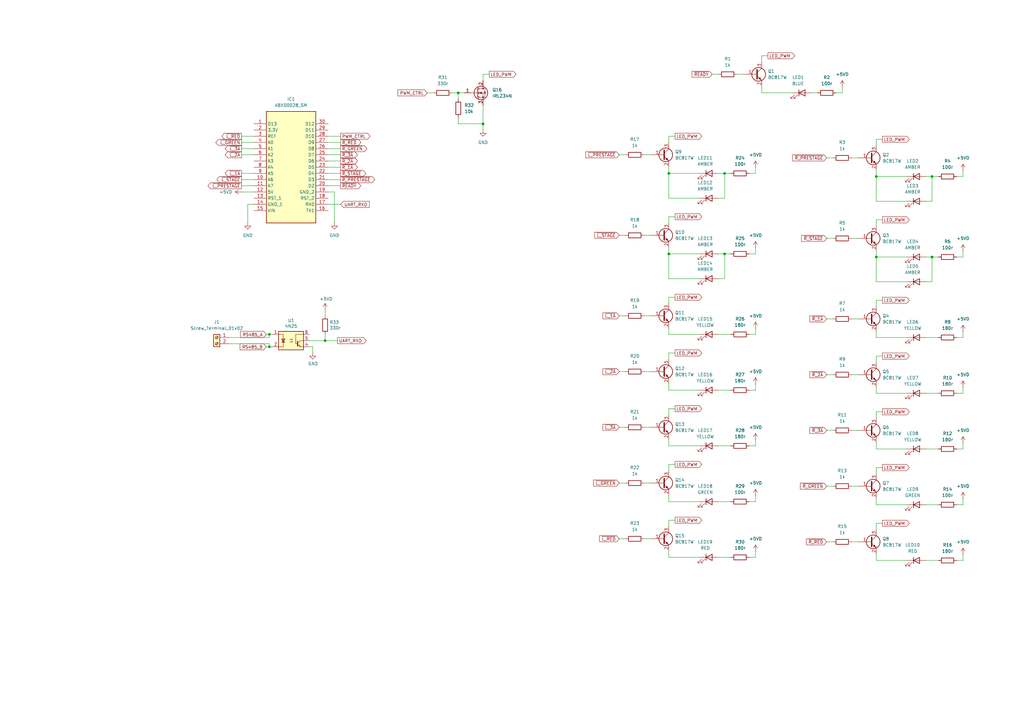
<source format=kicad_sch>
(kicad_sch (version 20231120) (generator "eeschema") (generator_version "8.0")
  (paper "A3")
  (lib_symbols
    (symbol "ABX00028:ABX00028_SM"
      (property "Reference" "IC" (at 26.67 7.62 0))
      (property "Value" "ABX00028_SM" (at 26.67 5.08 0))
      (symbol "ABX00028_SM_1_1"
        (pin passive line (at 0 -2.54 0) (length 5.08) (name "D13") (number "1"))
        (pin passive line (at 0 -25.4 0) (length 5.08) (name "A6") (number "10"))
        (pin passive line (at 0 -27.94 0) (length 5.08) (name "A7") (number "11"))
        (pin passive line (at 0 -30.48 0) (length 5.08) (name "5V") (number "12"))
        (pin passive line (at 0 -33.02 0) (length 5.08) (name "RST_1") (number "13"))
        (pin passive line (at 0 -35.56 0) (length 5.08) (name "GND_1") (number "14"))
        (pin passive line (at 0 -38.1 0) (length 5.08) (name "VIN") (number "15"))
        (pin passive line (at 30.48 -38.1 180) (length 5.08) (name "TX1") (number "16"))
        (pin passive line (at 30.48 -35.56 180) (length 5.08) (name "RX0") (number "17"))
        (pin passive line (at 30.48 -33.02 180) (length 5.08) (name "RST_2") (number "18"))
        (pin passive line (at 30.48 -30.48 180) (length 5.08) (name "GND_2") (number "19"))
        (pin passive line (at 0 -5.08 0) (length 5.08) (name "3.3V") (number "2"))
        (pin passive line (at 30.48 -27.94 180) (length 5.08) (name "D2") (number "20"))
        (pin passive line (at 30.48 -25.4 180) (length 5.08) (name "D3") (number "21"))
        (pin passive line (at 30.48 -22.86 180) (length 5.08) (name "D4") (number "22"))
        (pin passive line (at 30.48 -20.32 180) (length 5.08) (name "D5") (number "23"))
        (pin passive line (at 30.48 -17.78 180) (length 5.08) (name "D6") (number "24"))
        (pin passive line (at 30.48 -15.24 180) (length 5.08) (name "D7") (number "25"))
        (pin passive line (at 30.48 -12.7 180) (length 5.08) (name "D8") (number "26"))
        (pin passive line (at 30.48 -10.16 180) (length 5.08) (name "D9") (number "27"))
        (pin passive line (at 30.48 -7.62 180) (length 5.08) (name "D10") (number "28"))
        (pin passive line (at 30.48 -5.08 180) (length 5.08) (name "D11") (number "29"))
        (pin passive line (at 0 -7.62 0) (length 5.08) (name "REF") (number "3"))
        (pin passive line (at 30.48 -2.54 180) (length 5.08) (name "D12") (number "30"))
        (pin passive line (at 0 -10.16 0) (length 5.08) (name "A0") (number "4"))
        (pin passive line (at 0 -12.7 0) (length 5.08) (name "A1") (number "5"))
        (pin passive line (at 0 -15.24 0) (length 5.08) (name "A2") (number "6"))
        (pin passive line (at 0 -17.78 0) (length 5.08) (name "A3") (number "7"))
        (pin passive line (at 0 -20.32 0) (length 5.08) (name "A4") (number "8"))
        (pin passive line (at 0 -22.86 0) (length 5.08) (name "A5") (number "9"))
      )
    )
    (symbol "Connector:Screw_Terminal_01x02" (pin_names (offset 1.016) hide)
      (property "Reference" "J" (at 0 2.54 0))
      (property "Value" "Screw_Terminal_01x02" (at 0 -5.08 0))
      (symbol "Screw_Terminal_01x02_1_1"
        (pin passive line (at -5.08 0 0) (length 3.81) (name "Pin_1") (number "1"))
        (pin passive line (at -5.08 -2.54 0) (length 3.81) (name "Pin_2") (number "2"))
      )
    )
    (symbol "Device:LED" (pin_numbers hide) (pin_names (offset 1.016) hide)
      (property "Reference" "D" (at 0 2.54 0))
      (property "Value" "LED" (at 0 -2.54 0))
      (symbol "LED_1_1"
        (pin passive line (at -3.81 0 0) (length 2.54) (name "K") (number "1"))
        (pin passive line (at 3.81 0 180) (length 2.54) (name "A") (number "2"))
      )
    )
    (symbol "Device:R" (pin_numbers hide) (pin_names (offset 0))
      (property "Reference" "R" (at 2.032 0 90))
      (property "Value" "R" (at 0 0 90))
      (symbol "R_1_1"
        (pin passive line (at 0 3.81 270) (length 1.27) (name "~") (number "1"))
        (pin passive line (at 0 -3.81 90) (length 1.27) (name "~") (number "2"))
      )
    )
    (symbol "Isolator:4N25" (pin_names (offset 1.016))
      (property "Reference" "U" (at -5.08 5.08 0))
      (property "Value" "4N25" (at 0 5.08 0))
      (symbol "4N25_1_1"
        (pin passive line (at -7.62 2.54 0) (length 2.54) (name "~") (number "1"))
        (pin passive line (at -7.62 -2.54 0) (length 2.54) (name "~") (number "2"))
        (pin no_connect line (at -5.08 0 0) (length 2.54) hide (name "NC") (number "3"))
        (pin passive line (at 7.62 -2.54 180) (length 2.54) (name "~") (number "4"))
        (pin passive line (at 7.62 0 180) (length 2.54) (name "~") (number "5"))
        (pin passive line (at 7.62 2.54 180) (length 2.54) (name "~") (number "6"))
      )
    )
    (symbol "Transistor_BJT:BC817W" (pin_names (offset 0) hide)
      (property "Reference" "Q" (at 5.08 1.905 0))
      (property "Value" "BC817W" (at 5.08 0 0))
      (symbol "BC817W_1_1"
        (pin input line (at -5.08 0 0) (length 5.715) (name "B") (number "1"))
        (pin passive line (at 2.54 -5.08 90) (length 2.54) (name "E") (number "2"))
        (pin passive line (at 2.54 5.08 270) (length 2.54) (name "C") (number "3"))
      )
    )
    (symbol "Transistor_FET:IRLZ34N" (pin_names hide)
      (property "Reference" "Q" (at 5.08 1.905 0))
      (property "Value" "IRLZ34N" (at 5.08 0 0))
      (symbol "IRLZ34N_1_1"
        (pin input line (at -5.08 0 0) (length 2.54) (name "G") (number "1"))
        (pin passive line (at 2.54 5.08 270) (length 2.54) (name "D") (number "2"))
        (pin passive line (at 2.54 -5.08 90) (length 2.54) (name "S") (number "3"))
      )
    )
    (symbol "power:+5VD" (power) (pin_numbers hide) (pin_names (offset 0) hide)
      (property "Value" "+5VD" (at 0 3.556 0))
      (symbol "+5VD_1_1"
        (pin power_in line (at 0 0 90) (length 0) (name "~") (number "1"))
      )
    )
    (symbol "power:GND" (power) (pin_numbers hide) (pin_names (offset 0) hide)
      (property "Value" "GND" (at 0 -3.81 0))
      (symbol "GND_1_1"
        (pin power_in line (at 0 0 270) (length 0) (name "~") (number "1"))
      )
    )
  )
  (junction (at 187.96 38.1))
  (junction (at 359.41 105.41))
  (junction (at 274.32 104.14))
  (junction (at 110.49 142.24))
  (junction (at 382.27 105.41))
  (junction (at 359.41 72.39))
  (junction (at 274.32 71.12))
  (junction (at 133.35 139.7))
  (junction (at 198.12 50.8))
  (junction (at 297.18 71.12))
  (junction (at 382.27 72.39))
  (junction (at 110.49 137.16))
  (junction (at 297.18 104.14))
  (wire (pts (xy 198.12 43.18) (xy 198.12 50.8)))
  (wire (pts (xy 297.18 114.3) (xy 297.18 104.14)))
  (wire (pts (xy 394.97 135.89) (xy 394.97 138.43)))
  (wire (pts (xy 274.32 182.88) (xy 287.02 182.88)))
  (wire (pts (xy 359.41 92.71) (xy 359.41 90.17)))
  (wire (pts (xy 134.62 73.66) (xy 139.7 73.66)))
  (wire (pts (xy 394.97 69.85) (xy 394.97 72.39)))
  (wire (pts (xy 264.16 198.12) (xy 266.7 198.12)))
  (wire (pts (xy 297.18 104.14) (xy 299.72 104.14)))
  (wire (pts (xy 379.73 207.01) (xy 384.81 207.01)))
  (wire (pts (xy 294.64 228.6) (xy 299.72 228.6)))
  (wire (pts (xy 345.44 35.56) (xy 345.44 38.1)))
  (wire (pts (xy 274.32 88.9) (xy 276.86 88.9)))
  (wire (pts (xy 394.97 204.47) (xy 394.97 207.01)))
  (wire (pts (xy 274.32 71.12) (xy 274.32 68.58)))
  (wire (pts (xy 133.35 127) (xy 133.35 129.54)))
  (wire (pts (xy 99.06 73.66) (xy 104.14 73.66)))
  (wire (pts (xy 332.74 38.1) (xy 335.28 38.1)))
  (wire (pts (xy 134.62 83.82) (xy 139.7 83.82)))
  (wire (pts (xy 110.49 137.16) (xy 111.76 137.16)))
  (wire (pts (xy 93.98 140.97) (xy 110.49 140.97)))
  (wire (pts (xy 274.32 160.02) (xy 287.02 160.02)))
  (wire (pts (xy 359.41 72.39) (xy 372.11 72.39)))
  (wire (pts (xy 394.97 138.43) (xy 392.43 138.43)))
  (wire (pts (xy 274.32 137.16) (xy 287.02 137.16)))
  (wire (pts (xy 294.64 104.14) (xy 297.18 104.14)))
  (wire (pts (xy 274.32 104.14) (xy 274.32 101.6)))
  (wire (pts (xy 312.42 38.1) (xy 312.42 35.56)))
  (wire (pts (xy 99.06 55.88) (xy 104.14 55.88)))
  (wire (pts (xy 379.73 184.15) (xy 384.81 184.15)))
  (wire (pts (xy 264.16 96.52) (xy 266.7 96.52)))
  (wire (pts (xy 382.27 82.55) (xy 382.27 72.39)))
  (wire (pts (xy 359.41 115.57) (xy 359.41 105.41)))
  (wire (pts (xy 359.41 194.31) (xy 359.41 191.77)))
  (wire (pts (xy 359.41 138.43) (xy 359.41 135.89)))
  (wire (pts (xy 359.41 148.59) (xy 359.41 146.05)))
  (wire (pts (xy 302.26 30.48) (xy 304.8 30.48)))
  (wire (pts (xy 309.88 180.34) (xy 309.88 182.88)))
  (wire (pts (xy 359.41 184.15) (xy 359.41 181.61)))
  (wire (pts (xy 394.97 161.29) (xy 392.43 161.29)))
  (wire (pts (xy 134.62 71.12) (xy 139.7 71.12)))
  (wire (pts (xy 309.88 203.2) (xy 309.88 205.74)))
  (wire (pts (xy 254 96.52) (xy 256.54 96.52)))
  (wire (pts (xy 254 129.54) (xy 256.54 129.54)))
  (wire (pts (xy 264.16 175.26) (xy 266.7 175.26)))
  (wire (pts (xy 264.16 63.5) (xy 266.7 63.5)))
  (wire (pts (xy 274.32 228.6) (xy 274.32 226.06)))
  (wire (pts (xy 312.42 25.4) (xy 312.42 22.86)))
  (wire (pts (xy 309.88 134.62) (xy 309.88 137.16)))
  (wire (pts (xy 138.43 139.7) (xy 133.35 139.7)))
  (wire (pts (xy 185.42 38.1) (xy 187.96 38.1)))
  (wire (pts (xy 274.32 58.42) (xy 274.32 55.88)))
  (wire (pts (xy 99.06 60.96) (xy 104.14 60.96)))
  (wire (pts (xy 379.73 115.57) (xy 382.27 115.57)))
  (wire (pts (xy 349.25 97.79) (xy 351.79 97.79)))
  (wire (pts (xy 187.96 38.1) (xy 190.5 38.1)))
  (wire (pts (xy 394.97 227.33) (xy 394.97 229.87)))
  (wire (pts (xy 359.41 57.15) (xy 361.95 57.15)))
  (wire (pts (xy 394.97 158.75) (xy 394.97 161.29)))
  (wire (pts (xy 254 63.5) (xy 256.54 63.5)))
  (wire (pts (xy 99.06 71.12) (xy 104.14 71.12)))
  (wire (pts (xy 137.16 91.44) (xy 137.16 78.74)))
  (wire (pts (xy 274.32 213.36) (xy 276.86 213.36)))
  (wire (pts (xy 359.41 191.77) (xy 361.95 191.77)))
  (wire (pts (xy 359.41 207.01) (xy 372.11 207.01)))
  (wire (pts (xy 394.97 102.87) (xy 394.97 105.41)))
  (wire (pts (xy 312.42 38.1) (xy 325.12 38.1)))
  (wire (pts (xy 200.66 30.48) (xy 198.12 30.48)))
  (wire (pts (xy 264.16 129.54) (xy 266.7 129.54)))
  (wire (pts (xy 309.88 104.14) (xy 307.34 104.14)))
  (wire (pts (xy 198.12 30.48) (xy 198.12 33.02)))
  (wire (pts (xy 359.41 146.05) (xy 361.95 146.05)))
  (wire (pts (xy 394.97 207.01) (xy 392.43 207.01)))
  (wire (pts (xy 134.62 58.42) (xy 139.7 58.42)))
  (wire (pts (xy 359.41 207.01) (xy 359.41 204.47)))
  (wire (pts (xy 274.32 182.88) (xy 274.32 180.34)))
  (wire (pts (xy 134.62 55.88) (xy 139.7 55.88)))
  (wire (pts (xy 274.32 205.74) (xy 287.02 205.74)))
  (wire (pts (xy 294.64 71.12) (xy 297.18 71.12)))
  (wire (pts (xy 309.88 101.6) (xy 309.88 104.14)))
  (wire (pts (xy 309.88 71.12) (xy 307.34 71.12)))
  (wire (pts (xy 359.41 171.45) (xy 359.41 168.91)))
  (wire (pts (xy 274.32 71.12) (xy 287.02 71.12)))
  (wire (pts (xy 309.88 157.48) (xy 309.88 160.02)))
  (wire (pts (xy 359.41 161.29) (xy 359.41 158.75)))
  (wire (pts (xy 309.88 228.6) (xy 307.34 228.6)))
  (wire (pts (xy 349.25 176.53) (xy 351.79 176.53)))
  (wire (pts (xy 349.25 222.25) (xy 351.79 222.25)))
  (wire (pts (xy 274.32 160.02) (xy 274.32 157.48)))
  (wire (pts (xy 359.41 214.63) (xy 361.95 214.63)))
  (wire (pts (xy 99.06 58.42) (xy 104.14 58.42)))
  (wire (pts (xy 274.32 205.74) (xy 274.32 203.2)))
  (wire (pts (xy 287.02 114.3) (xy 274.32 114.3)))
  (wire (pts (xy 349.25 130.81) (xy 351.79 130.81)))
  (wire (pts (xy 134.62 66.04) (xy 139.7 66.04)))
  (wire (pts (xy 382.27 105.41) (xy 384.81 105.41)))
  (wire (pts (xy 339.09 130.81) (xy 341.63 130.81)))
  (wire (pts (xy 394.97 105.41) (xy 392.43 105.41)))
  (wire (pts (xy 359.41 123.19) (xy 361.95 123.19)))
  (wire (pts (xy 372.11 115.57) (xy 359.41 115.57)))
  (wire (pts (xy 382.27 72.39) (xy 384.81 72.39)))
  (wire (pts (xy 394.97 184.15) (xy 392.43 184.15)))
  (wire (pts (xy 274.32 193.04) (xy 274.32 190.5)))
  (wire (pts (xy 292.1 30.48) (xy 294.64 30.48)))
  (wire (pts (xy 379.73 72.39) (xy 382.27 72.39)))
  (wire (pts (xy 264.16 152.4) (xy 266.7 152.4)))
  (wire (pts (xy 359.41 82.55) (xy 359.41 72.39)))
  (wire (pts (xy 274.32 114.3) (xy 274.32 104.14)))
  (wire (pts (xy 294.64 160.02) (xy 299.72 160.02)))
  (wire (pts (xy 359.41 90.17) (xy 361.95 90.17)))
  (wire (pts (xy 379.73 161.29) (xy 384.81 161.29)))
  (wire (pts (xy 359.41 72.39) (xy 359.41 69.85)))
  (wire (pts (xy 379.73 82.55) (xy 382.27 82.55)))
  (wire (pts (xy 379.73 229.87) (xy 384.81 229.87)))
  (wire (pts (xy 134.62 68.58) (xy 139.7 68.58)))
  (wire (pts (xy 309.88 68.58) (xy 309.88 71.12)))
  (wire (pts (xy 339.09 153.67) (xy 341.63 153.67)))
  (wire (pts (xy 394.97 229.87) (xy 392.43 229.87)))
  (wire (pts (xy 99.06 76.2) (xy 104.14 76.2)))
  (wire (pts (xy 133.35 139.7) (xy 127 139.7)))
  (wire (pts (xy 359.41 229.87) (xy 372.11 229.87)))
  (wire (pts (xy 339.09 64.77) (xy 341.63 64.77)))
  (wire (pts (xy 359.41 161.29) (xy 372.11 161.29)))
  (wire (pts (xy 134.62 60.96) (xy 139.7 60.96)))
  (wire (pts (xy 254 220.98) (xy 256.54 220.98)))
  (wire (pts (xy 309.88 205.74) (xy 307.34 205.74)))
  (wire (pts (xy 187.96 48.26) (xy 187.96 50.8)))
  (wire (pts (xy 101.6 83.82) (xy 104.14 83.82)))
  (wire (pts (xy 312.42 22.86) (xy 314.96 22.86)))
  (wire (pts (xy 134.62 63.5) (xy 139.7 63.5)))
  (wire (pts (xy 379.73 105.41) (xy 382.27 105.41)))
  (wire (pts (xy 274.32 190.5) (xy 276.86 190.5)))
  (wire (pts (xy 264.16 220.98) (xy 266.7 220.98)))
  (wire (pts (xy 359.41 59.69) (xy 359.41 57.15)))
  (wire (pts (xy 359.41 105.41) (xy 359.41 102.87)))
  (wire (pts (xy 359.41 217.17) (xy 359.41 214.63)))
  (wire (pts (xy 254 152.4) (xy 256.54 152.4)))
  (wire (pts (xy 175.26 38.1) (xy 177.8 38.1)))
  (wire (pts (xy 309.88 137.16) (xy 307.34 137.16)))
  (wire (pts (xy 133.35 137.16) (xy 133.35 139.7)))
  (wire (pts (xy 274.32 55.88) (xy 276.86 55.88)))
  (wire (pts (xy 274.32 124.46) (xy 274.32 121.92)))
  (wire (pts (xy 287.02 81.28) (xy 274.32 81.28)))
  (wire (pts (xy 93.98 138.43) (xy 110.49 138.43)))
  (wire (pts (xy 274.32 170.18) (xy 274.32 167.64)))
  (wire (pts (xy 359.41 125.73) (xy 359.41 123.19)))
  (wire (pts (xy 359.41 105.41) (xy 372.11 105.41)))
  (wire (pts (xy 294.64 182.88) (xy 299.72 182.88)))
  (wire (pts (xy 101.6 91.44) (xy 101.6 83.82)))
  (wire (pts (xy 109.22 142.24) (xy 110.49 142.24)))
  (wire (pts (xy 99.06 78.74) (xy 104.14 78.74)))
  (wire (pts (xy 187.96 38.1) (xy 187.96 40.64)))
  (wire (pts (xy 297.18 81.28) (xy 297.18 71.12)))
  (wire (pts (xy 128.27 142.24) (xy 128.27 144.78)))
  (wire (pts (xy 394.97 72.39) (xy 392.43 72.39)))
  (wire (pts (xy 349.25 199.39) (xy 351.79 199.39)))
  (wire (pts (xy 127 142.24) (xy 128.27 142.24)))
  (wire (pts (xy 110.49 142.24) (xy 111.76 142.24)))
  (wire (pts (xy 274.32 91.44) (xy 274.32 88.9)))
  (wire (pts (xy 198.12 50.8) (xy 198.12 53.34)))
  (wire (pts (xy 294.64 205.74) (xy 299.72 205.74)))
  (wire (pts (xy 345.44 38.1) (xy 342.9 38.1)))
  (wire (pts (xy 274.32 137.16) (xy 274.32 134.62)))
  (wire (pts (xy 294.64 137.16) (xy 299.72 137.16)))
  (wire (pts (xy 309.88 226.06) (xy 309.88 228.6)))
  (wire (pts (xy 110.49 138.43) (xy 110.49 137.16)))
  (wire (pts (xy 254 198.12) (xy 256.54 198.12)))
  (wire (pts (xy 349.25 153.67) (xy 351.79 153.67)))
  (wire (pts (xy 274.32 104.14) (xy 287.02 104.14)))
  (wire (pts (xy 359.41 168.91) (xy 361.95 168.91)))
  (wire (pts (xy 309.88 160.02) (xy 307.34 160.02)))
  (wire (pts (xy 137.16 78.74) (xy 134.62 78.74)))
  (wire (pts (xy 359.41 229.87) (xy 359.41 227.33)))
  (wire (pts (xy 372.11 82.55) (xy 359.41 82.55)))
  (wire (pts (xy 339.09 97.79) (xy 341.63 97.79)))
  (wire (pts (xy 274.32 81.28) (xy 274.32 71.12)))
  (wire (pts (xy 394.97 181.61) (xy 394.97 184.15)))
  (wire (pts (xy 379.73 138.43) (xy 384.81 138.43)))
  (wire (pts (xy 297.18 71.12) (xy 299.72 71.12)))
  (wire (pts (xy 134.62 76.2) (xy 139.7 76.2)))
  (wire (pts (xy 274.32 167.64) (xy 276.86 167.64)))
  (wire (pts (xy 339.09 199.39) (xy 341.63 199.39)))
  (wire (pts (xy 110.49 140.97) (xy 110.49 142.24)))
  (wire (pts (xy 339.09 176.53) (xy 341.63 176.53)))
  (wire (pts (xy 309.88 182.88) (xy 307.34 182.88)))
  (wire (pts (xy 274.32 121.92) (xy 276.86 121.92)))
  (wire (pts (xy 274.32 144.78) (xy 276.86 144.78)))
  (wire (pts (xy 274.32 215.9) (xy 274.32 213.36)))
  (wire (pts (xy 274.32 228.6) (xy 287.02 228.6)))
  (wire (pts (xy 382.27 115.57) (xy 382.27 105.41)))
  (wire (pts (xy 359.41 138.43) (xy 372.11 138.43)))
  (wire (pts (xy 339.09 222.25) (xy 341.63 222.25)))
  (wire (pts (xy 99.06 63.5) (xy 104.14 63.5)))
  (wire (pts (xy 187.96 50.8) (xy 198.12 50.8)))
  (wire (pts (xy 274.32 147.32) (xy 274.32 144.78)))
  (wire (pts (xy 349.25 64.77) (xy 351.79 64.77)))
  (wire (pts (xy 359.41 184.15) (xy 372.11 184.15)))
  (wire (pts (xy 294.64 114.3) (xy 297.18 114.3)))
  (wire (pts (xy 254 175.26) (xy 256.54 175.26)))
  (wire (pts (xy 294.64 81.28) (xy 297.18 81.28)))
  (wire (pts (xy 109.22 137.16) (xy 110.49 137.16)))
  (global_label "~{R_1A}" (shape output) (at 139.7 68.58 0) (property "Intersheetrefs" "${INTERSHEET_REFS}" (effects (hide yes))))
  (global_label "~{R_GREEN}" (shape input) (at 339.09 199.39 180) (property "Intersheetrefs" "${INTERSHEET_REFS}" (effects (hide yes))))
  (global_label "LED_PWM" (shape output) (at 276.86 213.36 0) (property "Intersheetrefs" "${INTERSHEET_REFS}" (effects (hide yes))))
  (global_label "~{L_2A}" (shape input) (at 254 152.4 180) (property "Intersheetrefs" "${INTERSHEET_REFS}" (effects (hide yes))))
  (global_label "LED_PWM" (shape output) (at 361.95 168.91 0) (property "Intersheetrefs" "${INTERSHEET_REFS}" (effects (hide yes))))
  (global_label "~{R_2A}" (shape input) (at 339.09 153.67 180) (property "Intersheetrefs" "${INTERSHEET_REFS}" (effects (hide yes))))
  (global_label "LED_PWM" (shape output) (at 314.96 22.86 0) (property "Intersheetrefs" "${INTERSHEET_REFS}" (effects (hide yes))))
  (global_label "~{L_3A}" (shape input) (at 254 175.26 180) (property "Intersheetrefs" "${INTERSHEET_REFS}" (effects (hide yes))))
  (global_label "LED_PWM" (shape output) (at 361.95 57.15 0) (property "Intersheetrefs" "${INTERSHEET_REFS}" (effects (hide yes))))
  (global_label "UART_RXD" (shape input) (at 139.7 83.82 0) (property "Intersheetrefs" "${INTERSHEET_REFS}" (effects (hide yes))))
  (global_label "~{L_STAGE}" (shape input) (at 254 96.52 180) (property "Intersheetrefs" "${INTERSHEET_REFS}" (effects (hide yes))))
  (global_label "~{READY}" (shape input) (at 292.1 30.48 180) (property "Intersheetrefs" "${INTERSHEET_REFS}" (effects (hide yes))))
  (global_label "LED_PWM" (shape output) (at 361.95 191.77 0) (property "Intersheetrefs" "${INTERSHEET_REFS}" (effects (hide yes))))
  (global_label "~{L_GREEN}" (shape output) (at 99.06 58.42 180) (property "Intersheetrefs" "${INTERSHEET_REFS}" (effects (hide yes))))
  (global_label "~{L_1A}" (shape input) (at 254 129.54 180) (property "Intersheetrefs" "${INTERSHEET_REFS}" (effects (hide yes))))
  (global_label "PWM_CTRL" (shape input) (at 175.26 38.1 180) (property "Intersheetrefs" "${INTERSHEET_REFS}" (effects (hide yes))))
  (global_label "~{L_RED}" (shape output) (at 99.06 55.88 180) (property "Intersheetrefs" "${INTERSHEET_REFS}" (effects (hide yes))))
  (global_label "UART_RXD" (shape output) (at 138.43 139.7 0) (property "Intersheetrefs" "${INTERSHEET_REFS}" (effects (hide yes))))
  (global_label "~{R_RED}" (shape input) (at 339.09 222.25 180) (property "Intersheetrefs" "${INTERSHEET_REFS}" (effects (hide yes))))
  (global_label "~{R_STAGE}" (shape input) (at 339.09 97.79 180) (property "Intersheetrefs" "${INTERSHEET_REFS}" (effects (hide yes))))
  (global_label "~{L_1A}" (shape output) (at 99.06 71.12 180) (property "Intersheetrefs" "${INTERSHEET_REFS}" (effects (hide yes))))
  (global_label "LED_PWM" (shape output) (at 276.86 167.64 0) (property "Intersheetrefs" "${INTERSHEET_REFS}" (effects (hide yes))))
  (global_label "~{READY}" (shape output) (at 139.7 76.2 0) (property "Intersheetrefs" "${INTERSHEET_REFS}" (effects (hide yes))))
  (global_label "LED_PWM" (shape output) (at 276.86 88.9 0) (property "Intersheetrefs" "${INTERSHEET_REFS}" (effects (hide yes))))
  (global_label "~{R_GREEN}" (shape output) (at 139.7 60.96 0) (property "Intersheetrefs" "${INTERSHEET_REFS}" (effects (hide yes))))
  (global_label "LED_PWM" (shape output) (at 361.95 90.17 0) (property "Intersheetrefs" "${INTERSHEET_REFS}" (effects (hide yes))))
  (global_label "~{R_PRESTAGE}" (shape output) (at 139.7 73.66 0) (property "Intersheetrefs" "${INTERSHEET_REFS}" (effects (hide yes))))
  (global_label "~{R_RED}" (shape output) (at 139.7 58.42 0) (property "Intersheetrefs" "${INTERSHEET_REFS}" (effects (hide yes))))
  (global_label "~{L_3A}" (shape output) (at 99.06 60.96 180) (property "Intersheetrefs" "${INTERSHEET_REFS}" (effects (hide yes))))
  (global_label "~{R_3A}" (shape output) (at 139.7 63.5 0) (property "Intersheetrefs" "${INTERSHEET_REFS}" (effects (hide yes))))
  (global_label "~{R_3A}" (shape input) (at 339.09 176.53 180) (property "Intersheetrefs" "${INTERSHEET_REFS}" (effects (hide yes))))
  (global_label "~{L_PRESTAGE}" (shape output) (at 99.06 76.2 180) (property "Intersheetrefs" "${INTERSHEET_REFS}" (effects (hide yes))))
  (global_label "LED_PWM" (shape output) (at 276.86 121.92 0) (property "Intersheetrefs" "${INTERSHEET_REFS}" (effects (hide yes))))
  (global_label "LED_PWM" (shape output) (at 361.95 146.05 0) (property "Intersheetrefs" "${INTERSHEET_REFS}" (effects (hide yes))))
  (global_label "~{R_STAGE}" (shape output) (at 139.7 71.12 0) (property "Intersheetrefs" "${INTERSHEET_REFS}" (effects (hide yes))))
  (global_label "RS485_A" (shape input) (at 109.22 137.16 180) (property "Intersheetrefs" "${INTERSHEET_REFS}" (effects (hide yes))))
  (global_label "~{L_2A}" (shape output) (at 99.06 63.5 180) (property "Intersheetrefs" "${INTERSHEET_REFS}" (effects (hide yes))))
  (global_label "LED_PWM" (shape output) (at 361.95 214.63 0) (property "Intersheetrefs" "${INTERSHEET_REFS}" (effects (hide yes))))
  (global_label "~{L_PRESTAGE}" (shape input) (at 254 63.5 180) (property "Intersheetrefs" "${INTERSHEET_REFS}" (effects (hide yes))))
  (global_label "RS485_B" (shape input) (at 109.22 142.24 180) (property "Intersheetrefs" "${INTERSHEET_REFS}" (effects (hide yes))))
  (global_label "LED_PWM" (shape output) (at 200.66 30.48 0) (property "Intersheetrefs" "${INTERSHEET_REFS}" (effects (hide yes))))
  (global_label "~{R_2A}" (shape output) (at 139.7 66.04 0) (property "Intersheetrefs" "${INTERSHEET_REFS}" (effects (hide yes))))
  (global_label "PWM_CTRL" (shape output) (at 139.7 55.88 0) (property "Intersheetrefs" "${INTERSHEET_REFS}" (effects (hide yes))))
  (global_label "~{R_1A}" (shape input) (at 339.09 130.81 180) (property "Intersheetrefs" "${INTERSHEET_REFS}" (effects (hide yes))))
  (global_label "LED_PWM" (shape output) (at 276.86 144.78 0) (property "Intersheetrefs" "${INTERSHEET_REFS}" (effects (hide yes))))
  (global_label "LED_PWM" (shape output) (at 276.86 190.5 0) (property "Intersheetrefs" "${INTERSHEET_REFS}" (effects (hide yes))))
  (global_label "LED_PWM" (shape output) (at 361.95 123.19 0) (property "Intersheetrefs" "${INTERSHEET_REFS}" (effects (hide yes))))
  (global_label "~{R_PRESTAGE}" (shape input) (at 339.09 64.77 180) (property "Intersheetrefs" "${INTERSHEET_REFS}" (effects (hide yes))))
  (global_label "~{L_STAGE}" (shape output) (at 99.06 73.66 180) (property "Intersheetrefs" "${INTERSHEET_REFS}" (effects (hide yes))))
  (global_label "~{L_GREEN}" (shape input) (at 254 198.12 180) (property "Intersheetrefs" "${INTERSHEET_REFS}" (effects (hide yes))))
  (global_label "LED_PWM" (shape output) (at 276.86 55.88 0) (property "Intersheetrefs" "${INTERSHEET_REFS}" (effects (hide yes))))
  (global_label "~{L_RED}" (shape input) (at 254 220.98 180) (property "Intersheetrefs" "${INTERSHEET_REFS}" (effects (hide yes))))
  (symbol (lib_id "Transistor_BJT:BC817W") (at 271.78 96.52 0) (unit 1)
    (property "Reference" "Q10" (at 276.86 95.2499 0) (effects (justify left)))
    (property "Value" "BC817W" (at 276.86 97.7899 0) (effects (justify left)))
    (property "Footprint" "Package_TO_SOT_SMD:SOT-323_SC-70" (effects (hide yes)))
    (property "Datasheet" "https://www.onsemi.com/pub/Collateral/BC818-D.pdf" (effects (hide yes)))
    (property "Description" "0.8A Ic, 45V Vce, NPN Transistor, SOT-323" (effects (hide yes)))
  )
  (symbol (lib_id "Device:R") (at 388.62 161.29 270) (unit 1)
    (property "Reference" "R10" (at 388.62 154.94 90))
    (property "Value" "180r" (at 388.62 157.48 90))
    (property "Footprint" "Resistor_SMD:R_1206_3216Metric_Pad1.30x1.75mm_HandSolder" (effects (hide yes)))
    (property "Description" "Resistor" (effects (hide yes)))
  )
  (symbol (lib_id "Device:R") (at 345.44 97.79 270) (unit 1)
    (property "Reference" "R5" (at 345.44 91.44 90))
    (property "Value" "1k" (at 345.44 93.98 90))
    (property "Footprint" "Resistor_SMD:R_1206_3216Metric_Pad1.30x1.75mm_HandSolder" (effects (hide yes)))
    (property "Description" "Resistor" (effects (hide yes)))
  )
  (symbol (lib_id "Device:LED") (at 328.93 38.1 0) (unit 1)
    (property "Reference" "LED1" (at 327.3425 31.75 0))
    (property "Value" "BLUE" (at 327.3425 34.29 0))
    (property "Footprint" "LED_THT:LED_D5.0mm" (effects (hide yes)))
    (property "Description" "Light emitting diode" (effects (hide yes)))
  )
  (symbol (lib_id "Transistor_BJT:BC817W") (at 271.78 129.54 0) (unit 1)
    (property "Reference" "Q11" (at 276.86 128.2699 0) (effects (justify left)))
    (property "Value" "BC817W" (at 276.86 130.8099 0) (effects (justify left)))
    (property "Footprint" "Package_TO_SOT_SMD:SOT-323_SC-70" (effects (hide yes)))
    (property "Datasheet" "https://www.onsemi.com/pub/Collateral/BC818-D.pdf" (effects (hide yes)))
    (property "Description" "0.8A Ic, 45V Vce, NPN Transistor, SOT-323" (effects (hide yes)))
  )
  (symbol (lib_id "Transistor_BJT:BC817W") (at 309.88 30.48 0) (unit 1)
    (property "Reference" "Q1" (at 314.96 29.2099 0) (effects (justify left)))
    (property "Value" "BC817W" (at 314.96 31.7499 0) (effects (justify left)))
    (property "Footprint" "Package_TO_SOT_SMD:SOT-323_SC-70" (effects (hide yes)))
    (property "Datasheet" "https://www.onsemi.com/pub/Collateral/BC818-D.pdf" (effects (hide yes)))
    (property "Description" "0.8A Ic, 45V Vce, NPN Transistor, SOT-323" (effects (hide yes)))
  )
  (symbol (lib_id "Transistor_BJT:BC817W") (at 356.87 176.53 0) (unit 1)
    (property "Reference" "Q6" (at 361.95 175.2599 0) (effects (justify left)))
    (property "Value" "BC817W" (at 361.95 177.7999 0) (effects (justify left)))
    (property "Footprint" "Package_TO_SOT_SMD:SOT-323_SC-70" (effects (hide yes)))
    (property "Datasheet" "https://www.onsemi.com/pub/Collateral/BC818-D.pdf" (effects (hide yes)))
    (property "Description" "0.8A Ic, 45V Vce, NPN Transistor, SOT-323" (effects (hide yes)))
  )
  (symbol (lib_id "Device:R") (at 345.44 222.25 270) (unit 1)
    (property "Reference" "R15" (at 345.44 215.9 90))
    (property "Value" "1k" (at 345.44 218.44 90))
    (property "Footprint" "Resistor_SMD:R_1206_3216Metric_Pad1.30x1.75mm_HandSolder" (effects (hide yes)))
    (property "Description" "Resistor" (effects (hide yes)))
  )
  (symbol (lib_id "Device:R") (at 303.53 71.12 270) (unit 1)
    (property "Reference" "R24" (at 303.53 64.77 90))
    (property "Value" "100r" (at 303.53 67.31 90))
    (property "Footprint" "Resistor_SMD:R_1206_3216Metric_Pad1.30x1.75mm_HandSolder" (effects (hide yes)))
    (property "Description" "Resistor" (effects (hide yes)))
  )
  (symbol (lib_id "Transistor_BJT:BC817W") (at 271.78 175.26 0) (unit 1)
    (property "Reference" "Q13" (at 276.86 173.9899 0) (effects (justify left)))
    (property "Value" "BC817W" (at 276.86 176.5299 0) (effects (justify left)))
    (property "Footprint" "Package_TO_SOT_SMD:SOT-323_SC-70" (effects (hide yes)))
    (property "Datasheet" "https://www.onsemi.com/pub/Collateral/BC818-D.pdf" (effects (hide yes)))
    (property "Description" "0.8A Ic, 45V Vce, NPN Transistor, SOT-323" (effects (hide yes)))
  )
  (symbol (lib_id "Device:R") (at 187.96 44.45 0) (unit 1)
    (property "Reference" "R32" (at 190.5 43.1799 0) (effects (justify left)))
    (property "Value" "10k" (at 190.5 45.7199 0) (effects (justify left)))
    (property "Footprint" "Resistor_SMD:R_1206_3216Metric_Pad1.30x1.75mm_HandSolder" (effects (hide yes)))
    (property "Description" "Resistor" (effects (hide yes)))
  )
  (symbol (lib_id "Device:R") (at 260.35 96.52 270) (unit 1)
    (property "Reference" "R18" (at 260.35 90.17 90))
    (property "Value" "1k" (at 260.35 92.71 90))
    (property "Footprint" "Resistor_SMD:R_1206_3216Metric_Pad1.30x1.75mm_HandSolder" (effects (hide yes)))
    (property "Description" "Resistor" (effects (hide yes)))
  )
  (symbol (lib_id "Device:LED") (at 290.83 160.02 0) (unit 1)
    (property "Reference" "LED16" (at 289.2425 153.67 0))
    (property "Value" "YELLOW" (at 289.2425 156.21 0))
    (property "Footprint" "LED_THT:LED_D10.0mm" (effects (hide yes)))
    (property "Description" "Light emitting diode" (effects (hide yes)))
  )
  (symbol (lib_id "Device:LED") (at 375.92 105.41 0) (unit 1)
    (property "Reference" "LED4" (at 374.3325 99.06 0))
    (property "Value" "AMBER" (at 374.3325 101.6 0))
    (property "Footprint" "LED_THT:LED_D5.0mm" (effects (hide yes)))
    (property "Description" "Light emitting diode" (effects (hide yes)))
  )
  (symbol (lib_id "Device:LED") (at 290.83 182.88 0) (unit 1)
    (property "Reference" "LED17" (at 289.2425 176.53 0))
    (property "Value" "YELLOW" (at 289.2425 179.07 0))
    (property "Footprint" "LED_THT:LED_D10.0mm" (effects (hide yes)))
    (property "Description" "Light emitting diode" (effects (hide yes)))
  )
  (symbol (lib_id "Device:LED") (at 290.83 114.3 0) (unit 1)
    (property "Reference" "LED14" (at 289.2425 107.95 0))
    (property "Value" "AMBER" (at 289.2425 110.49 0))
    (property "Footprint" "LED_THT:LED_D5.0mm" (effects (hide yes)))
    (property "Description" "Light emitting diode" (effects (hide yes)))
  )
  (symbol (lib_id "power:GND") (at 198.12 53.34 0) (unit 1)
    (property "Reference" "#PWR016" (effects (hide yes)))
    (property "Value" "GND" (at 198.12 58.42 0))
    (property "Description" "Power symbol creates a global label with name \"GND\" , ground" (effects (hide yes)))
  )
  (symbol (lib_id "Device:R") (at 303.53 228.6 270) (unit 1)
    (property "Reference" "R30" (at 303.53 222.25 90))
    (property "Value" "180r" (at 303.53 224.79 90))
    (property "Footprint" "Resistor_SMD:R_1206_3216Metric_Pad1.30x1.75mm_HandSolder" (effects (hide yes)))
    (property "Description" "Resistor" (effects (hide yes)))
  )
  (symbol (lib_id "Device:R") (at 388.62 229.87 270) (unit 1)
    (property "Reference" "R16" (at 388.62 223.52 90))
    (property "Value" "180r" (at 388.62 226.06 90))
    (property "Footprint" "Resistor_SMD:R_1206_3216Metric_Pad1.30x1.75mm_HandSolder" (effects (hide yes)))
    (property "Description" "Resistor" (effects (hide yes)))
  )
  (symbol (lib_id "Device:LED") (at 290.83 71.12 0) (unit 1)
    (property "Reference" "LED11" (at 289.2425 64.77 0))
    (property "Value" "AMBER" (at 289.2425 67.31 0))
    (property "Footprint" "LED_THT:LED_D5.0mm" (effects (hide yes)))
    (property "Description" "Light emitting diode" (effects (hide yes)))
  )
  (symbol (lib_id "Device:R") (at 388.62 72.39 270) (unit 1)
    (property "Reference" "R4" (at 388.62 66.04 90))
    (property "Value" "100r" (at 388.62 68.58 90))
    (property "Footprint" "Resistor_SMD:R_1206_3216Metric_Pad1.30x1.75mm_HandSolder" (effects (hide yes)))
    (property "Description" "Resistor" (effects (hide yes)))
  )
  (symbol (lib_id "Device:R") (at 303.53 160.02 270) (unit 1)
    (property "Reference" "R27" (at 303.53 153.67 90))
    (property "Value" "180r" (at 303.53 156.21 90))
    (property "Footprint" "Resistor_SMD:R_1206_3216Metric_Pad1.30x1.75mm_HandSolder" (effects (hide yes)))
    (property "Description" "Resistor" (effects (hide yes)))
  )
  (symbol (lib_id "Device:R") (at 388.62 184.15 270) (unit 1)
    (property "Reference" "R12" (at 388.62 177.8 90))
    (property "Value" "180r" (at 388.62 180.34 90))
    (property "Footprint" "Resistor_SMD:R_1206_3216Metric_Pad1.30x1.75mm_HandSolder" (effects (hide yes)))
    (property "Description" "Resistor" (effects (hide yes)))
  )
  (symbol (lib_id "power:+5VD") (at 99.06 78.74 90) (unit 1)
    (property "Reference" "#PWR017" (effects (hide yes)))
    (property "Value" "+5VD" (at 95.25 78.7399 90) (effects (justify left)))
    (property "Description" "Power symbol creates a global label with name \"+5VD\"" (effects (hide yes)))
  )
  (symbol (lib_id "power:+5VD") (at 394.97 135.89 0) (unit 1)
    (property "Reference" "#PWR04" (effects (hide yes)))
    (property "Value" "+5VD" (at 394.97 130.81 0))
    (property "Description" "Power symbol creates a global label with name \"+5VD\"" (effects (hide yes)))
  )
  (symbol (lib_id "power:+5VD") (at 394.97 227.33 0) (unit 1)
    (property "Reference" "#PWR08" (effects (hide yes)))
    (property "Value" "+5VD" (at 394.97 222.25 0))
    (property "Description" "Power symbol creates a global label with name \"+5VD\"" (effects (hide yes)))
  )
  (symbol (lib_id "power:+5VD") (at 309.88 226.06 0) (unit 1)
    (property "Reference" "#PWR015" (effects (hide yes)))
    (property "Value" "+5VD" (at 309.88 220.98 0))
    (property "Description" "Power symbol creates a global label with name \"+5VD\"" (effects (hide yes)))
  )
  (symbol (lib_id "Device:LED") (at 290.83 81.28 0) (unit 1)
    (property "Reference" "LED12" (at 289.2425 74.93 0))
    (property "Value" "AMBER" (at 289.2425 77.47 0))
    (property "Footprint" "LED_THT:LED_D5.0mm" (effects (hide yes)))
    (property "Description" "Light emitting diode" (effects (hide yes)))
  )
  (symbol (lib_id "Device:R") (at 345.44 64.77 270) (unit 1)
    (property "Reference" "R3" (at 345.44 58.42 90))
    (property "Value" "1k" (at 345.44 60.96 90))
    (property "Footprint" "Resistor_SMD:R_1206_3216Metric_Pad1.30x1.75mm_HandSolder" (effects (hide yes)))
    (property "Description" "Resistor" (effects (hide yes)))
  )
  (symbol (lib_id "Device:R") (at 260.35 152.4 270) (unit 1)
    (property "Reference" "R20" (at 260.35 146.05 90))
    (property "Value" "1k" (at 260.35 148.59 90))
    (property "Footprint" "Resistor_SMD:R_1206_3216Metric_Pad1.30x1.75mm_HandSolder" (effects (hide yes)))
    (property "Description" "Resistor" (effects (hide yes)))
  )
  (symbol (lib_id "Device:LED") (at 375.92 207.01 0) (unit 1)
    (property "Reference" "LED9" (at 374.3325 200.66 0))
    (property "Value" "GREEN" (at 374.3325 203.2 0))
    (property "Footprint" "LED_THT:LED_D10.0mm" (effects (hide yes)))
    (property "Description" "Light emitting diode" (effects (hide yes)))
  )
  (symbol (lib_id "Device:R") (at 133.35 133.35 0) (unit 1)
    (property "Reference" "R33" (at 135.128 132.1816 0) (effects (justify left)))
    (property "Value" "330r" (at 135.128 134.493 0) (effects (justify left)))
    (property "Footprint" "Resistor_SMD:R_1206_3216Metric_Pad1.30x1.75mm_HandSolder" (effects (hide yes)))
  )
  (symbol (lib_id "Transistor_BJT:BC817W") (at 356.87 64.77 0) (unit 1)
    (property "Reference" "Q2" (at 361.95 63.4999 0) (effects (justify left)))
    (property "Value" "BC817W" (at 361.95 66.0399 0) (effects (justify left)))
    (property "Footprint" "Package_TO_SOT_SMD:SOT-323_SC-70" (effects (hide yes)))
    (property "Datasheet" "https://www.onsemi.com/pub/Collateral/BC818-D.pdf" (effects (hide yes)))
    (property "Description" "0.8A Ic, 45V Vce, NPN Transistor, SOT-323" (effects (hide yes)))
  )
  (symbol (lib_id "Device:R") (at 303.53 104.14 270) (unit 1)
    (property "Reference" "R25" (at 303.53 97.79 90))
    (property "Value" "100r" (at 303.53 100.33 90))
    (property "Footprint" "Resistor_SMD:R_1206_3216Metric_Pad1.30x1.75mm_HandSolder" (effects (hide yes)))
    (property "Description" "Resistor" (effects (hide yes)))
  )
  (symbol (lib_id "power:+5VD") (at 309.88 157.48 0) (unit 1)
    (property "Reference" "#PWR012" (effects (hide yes)))
    (property "Value" "+5VD" (at 309.88 152.4 0))
    (property "Description" "Power symbol creates a global label with name \"+5VD\"" (effects (hide yes)))
  )
  (symbol (lib_id "Device:LED") (at 290.83 205.74 0) (unit 1)
    (property "Reference" "LED18" (at 289.2425 199.39 0))
    (property "Value" "GREEN" (at 289.2425 201.93 0))
    (property "Footprint" "LED_THT:LED_D10.0mm" (effects (hide yes)))
    (property "Description" "Light emitting diode" (effects (hide yes)))
  )
  (symbol (lib_id "power:+5VD") (at 309.88 203.2 0) (unit 1)
    (property "Reference" "#PWR014" (effects (hide yes)))
    (property "Value" "+5VD" (at 309.88 198.12 0))
    (property "Description" "Power symbol creates a global label with name \"+5VD\"" (effects (hide yes)))
  )
  (symbol (lib_id "Transistor_BJT:BC817W") (at 356.87 199.39 0) (unit 1)
    (property "Reference" "Q7" (at 361.95 198.1199 0) (effects (justify left)))
    (property "Value" "BC817W" (at 361.95 200.6599 0) (effects (justify left)))
    (property "Footprint" "Package_TO_SOT_SMD:SOT-323_SC-70" (effects (hide yes)))
    (property "Datasheet" "https://www.onsemi.com/pub/Collateral/BC818-D.pdf" (effects (hide yes)))
    (property "Description" "0.8A Ic, 45V Vce, NPN Transistor, SOT-323" (effects (hide yes)))
  )
  (symbol (lib_id "power:GND") (at 101.6 91.44 0) (unit 1)
    (property "Reference" "#PWR018" (effects (hide yes)))
    (property "Value" "GND" (at 101.6 96.52 0))
    (property "Description" "Power symbol creates a global label with name \"GND\" , ground" (effects (hide yes)))
  )
  (symbol (lib_id "Device:R") (at 345.44 176.53 270) (unit 1)
    (property "Reference" "R11" (at 345.44 170.18 90))
    (property "Value" "1k" (at 345.44 172.72 90))
    (property "Footprint" "Resistor_SMD:R_1206_3216Metric_Pad1.30x1.75mm_HandSolder" (effects (hide yes)))
    (property "Description" "Resistor" (effects (hide yes)))
  )
  (symbol (lib_id "Device:LED") (at 290.83 137.16 0) (unit 1)
    (property "Reference" "LED15" (at 289.2425 130.81 0))
    (property "Value" "YELLOW" (at 289.2425 133.35 0))
    (property "Footprint" "LED_THT:LED_D10.0mm" (effects (hide yes)))
    (property "Description" "Light emitting diode" (effects (hide yes)))
  )
  (symbol (lib_id "power:+5VD") (at 309.88 180.34 0) (unit 1)
    (property "Reference" "#PWR013" (effects (hide yes)))
    (property "Value" "+5VD" (at 309.88 175.26 0))
    (property "Description" "Power symbol creates a global label with name \"+5VD\"" (effects (hide yes)))
  )
  (symbol (lib_id "Device:R") (at 388.62 207.01 270) (unit 1)
    (property "Reference" "R14" (at 388.62 200.66 90))
    (property "Value" "100r" (at 388.62 203.2 90))
    (property "Footprint" "Resistor_SMD:R_1206_3216Metric_Pad1.30x1.75mm_HandSolder" (effects (hide yes)))
    (property "Description" "Resistor" (effects (hide yes)))
  )
  (symbol (lib_id "Device:R") (at 303.53 182.88 270) (unit 1)
    (property "Reference" "R28" (at 303.53 176.53 90))
    (property "Value" "180r" (at 303.53 179.07 90))
    (property "Footprint" "Resistor_SMD:R_1206_3216Metric_Pad1.30x1.75mm_HandSolder" (effects (hide yes)))
    (property "Description" "Resistor" (effects (hide yes)))
  )
  (symbol (lib_id "Device:R") (at 345.44 153.67 270) (unit 1)
    (property "Reference" "R9" (at 345.44 147.32 90))
    (property "Value" "1k" (at 345.44 149.86 90))
    (property "Footprint" "Resistor_SMD:R_1206_3216Metric_Pad1.30x1.75mm_HandSolder" (effects (hide yes)))
    (property "Description" "Resistor" (effects (hide yes)))
  )
  (symbol (lib_id "Transistor_BJT:BC817W") (at 356.87 222.25 0) (unit 1)
    (property "Reference" "Q8" (at 361.95 220.9799 0) (effects (justify left)))
    (property "Value" "BC817W" (at 361.95 223.5199 0) (effects (justify left)))
    (property "Footprint" "Package_TO_SOT_SMD:SOT-323_SC-70" (effects (hide yes)))
    (property "Datasheet" "https://www.onsemi.com/pub/Collateral/BC818-D.pdf" (effects (hide yes)))
    (property "Description" "0.8A Ic, 45V Vce, NPN Transistor, SOT-323" (effects (hide yes)))
  )
  (symbol (lib_id "Transistor_BJT:BC817W") (at 271.78 63.5 0) (unit 1)
    (property "Reference" "Q9" (at 276.86 62.2299 0) (effects (justify left)))
    (property "Value" "BC817W" (at 276.86 64.7699 0) (effects (justify left)))
    (property "Footprint" "Package_TO_SOT_SMD:SOT-323_SC-70" (effects (hide yes)))
    (property "Datasheet" "https://www.onsemi.com/pub/Collateral/BC818-D.pdf" (effects (hide yes)))
    (property "Description" "0.8A Ic, 45V Vce, NPN Transistor, SOT-323" (effects (hide yes)))
  )
  (symbol (lib_id "Device:LED") (at 290.83 228.6 0) (unit 1)
    (property "Reference" "LED19" (at 289.2425 222.25 0))
    (property "Value" "RED" (at 289.2425 224.79 0))
    (property "Footprint" "LED_THT:LED_D10.0mm" (effects (hide yes)))
    (property "Description" "Light emitting diode" (effects (hide yes)))
  )
  (symbol (lib_id "Device:R") (at 260.35 175.26 270) (unit 1)
    (property "Reference" "R21" (at 260.35 168.91 90))
    (property "Value" "1k" (at 260.35 171.45 90))
    (property "Footprint" "Resistor_SMD:R_1206_3216Metric_Pad1.30x1.75mm_HandSolder" (effects (hide yes)))
    (property "Description" "Resistor" (effects (hide yes)))
  )
  (symbol (lib_id "Isolator:4N25") (at 119.38 139.7 0) (unit 1)
    (property "Reference" "U1" (at 119.38 131.445 0))
    (property "Value" "4N25" (at 119.38 133.7564 0))
    (property "Footprint" "Package_DIP:DIP-6_W7.62mm" (effects (hide yes)))
    (property "Datasheet" "https://www.vishay.com/docs/83725/4n25.pdf" (effects (hide yes)))
  )
  (symbol (lib_id "power:+5VD") (at 133.35 127 0) (unit 1)
    (property "Reference" "#PWR021" (effects (hide yes)))
    (property "Value" "+5VD" (at 133.731 122.6058 0))
  )
  (symbol (lib_id "Device:R") (at 339.09 38.1 270) (unit 1)
    (property "Reference" "R2" (at 339.09 31.75 90))
    (property "Value" "100r" (at 339.09 34.29 90))
    (property "Footprint" "Resistor_SMD:R_1206_3216Metric_Pad1.30x1.75mm_HandSolder" (effects (hide yes)))
    (property "Description" "Resistor" (effects (hide yes)))
  )
  (symbol (lib_id "Transistor_BJT:BC817W") (at 271.78 220.98 0) (unit 1)
    (property "Reference" "Q15" (at 276.86 219.7099 0) (effects (justify left)))
    (property "Value" "BC817W" (at 276.86 222.2499 0) (effects (justify left)))
    (property "Footprint" "Package_TO_SOT_SMD:SOT-323_SC-70" (effects (hide yes)))
    (property "Datasheet" "https://www.onsemi.com/pub/Collateral/BC818-D.pdf" (effects (hide yes)))
    (property "Description" "0.8A Ic, 45V Vce, NPN Transistor, SOT-323" (effects (hide yes)))
  )
  (symbol (lib_id "power:+5VD") (at 394.97 158.75 0) (unit 1)
    (property "Reference" "#PWR05" (effects (hide yes)))
    (property "Value" "+5VD" (at 394.97 153.67 0))
    (property "Description" "Power symbol creates a global label with name \"+5VD\"" (effects (hide yes)))
  )
  (symbol (lib_id "Device:LED") (at 375.92 115.57 0) (unit 1)
    (property "Reference" "LED5" (at 374.3325 109.22 0))
    (property "Value" "AMBER" (at 374.3325 111.76 0))
    (property "Footprint" "LED_THT:LED_D5.0mm" (effects (hide yes)))
    (property "Description" "Light emitting diode" (effects (hide yes)))
  )
  (symbol (lib_id "Transistor_FET:IRLZ34N") (at 195.58 38.1 0) (unit 1)
    (property "Reference" "Q16" (at 201.93 36.8299 0) (effects (justify left)))
    (property "Value" "IRLZ34N" (at 201.93 39.3699 0) (effects (justify left)))
    (property "Footprint" "Package_TO_SOT_THT:TO-220-3_Vertical" (effects (hide yes)))
    (property "Datasheet" "http://www.infineon.com/dgdl/irlz34npbf.pdf?fileId=5546d462533600a40153567206892720" (effects (hide yes)))
    (property "Description" "30A Id, 55V Vds, 35mOhm Rds, N-Channel HEXFET Power MOSFET, TO-220AB" (effects (hide yes)))
  )
  (symbol (lib_id "Device:R") (at 303.53 137.16 270) (unit 1)
    (property "Reference" "R26" (at 303.53 130.81 90))
    (property "Value" "180r" (at 303.53 133.35 90))
    (property "Footprint" "Resistor_SMD:R_1206_3216Metric_Pad1.30x1.75mm_HandSolder" (effects (hide yes)))
    (property "Description" "Resistor" (effects (hide yes)))
  )
  (symbol (lib_id "power:GND") (at 128.27 144.78 0) (unit 1)
    (property "Reference" "#PWR020" (effects (hide yes)))
    (property "Value" "GND" (at 128.397 149.1742 0))
  )
  (symbol (lib_id "power:+5VD") (at 394.97 102.87 0) (unit 1)
    (property "Reference" "#PWR03" (effects (hide yes)))
    (property "Value" "+5VD" (at 394.97 97.79 0))
    (property "Description" "Power symbol creates a global label with name \"+5VD\"" (effects (hide yes)))
  )
  (symbol (lib_id "Device:R") (at 345.44 130.81 270) (unit 1)
    (property "Reference" "R7" (at 345.44 124.46 90))
    (property "Value" "1k" (at 345.44 127 90))
    (property "Footprint" "Resistor_SMD:R_1206_3216Metric_Pad1.30x1.75mm_HandSolder" (effects (hide yes)))
    (property "Description" "Resistor" (effects (hide yes)))
  )
  (symbol (lib_id "power:+5VD") (at 309.88 101.6 0) (unit 1)
    (property "Reference" "#PWR010" (effects (hide yes)))
    (property "Value" "+5VD" (at 309.88 96.52 0))
    (property "Description" "Power symbol creates a global label with name \"+5VD\"" (effects (hide yes)))
  )
  (symbol (lib_id "Device:LED") (at 290.83 104.14 0) (unit 1)
    (property "Reference" "LED13" (at 289.2425 97.79 0))
    (property "Value" "AMBER" (at 289.2425 100.33 0))
    (property "Footprint" "LED_THT:LED_D5.0mm" (effects (hide yes)))
    (property "Description" "Light emitting diode" (effects (hide yes)))
  )
  (symbol (lib_id "power:+5VD") (at 394.97 181.61 0) (unit 1)
    (property "Reference" "#PWR06" (effects (hide yes)))
    (property "Value" "+5VD" (at 394.97 176.53 0))
    (property "Description" "Power symbol creates a global label with name \"+5VD\"" (effects (hide yes)))
  )
  (symbol (lib_id "Device:R") (at 260.35 129.54 270) (unit 1)
    (property "Reference" "R19" (at 260.35 123.19 90))
    (property "Value" "1k" (at 260.35 125.73 90))
    (property "Footprint" "Resistor_SMD:R_1206_3216Metric_Pad1.30x1.75mm_HandSolder" (effects (hide yes)))
    (property "Description" "Resistor" (effects (hide yes)))
  )
  (symbol (lib_id "Transistor_BJT:BC817W") (at 271.78 152.4 0) (unit 1)
    (property "Reference" "Q12" (at 276.86 151.1299 0) (effects (justify left)))
    (property "Value" "BC817W" (at 276.86 153.6699 0) (effects (justify left)))
    (property "Footprint" "Package_TO_SOT_SMD:SOT-323_SC-70" (effects (hide yes)))
    (property "Datasheet" "https://www.onsemi.com/pub/Collateral/BC818-D.pdf" (effects (hide yes)))
    (property "Description" "0.8A Ic, 45V Vce, NPN Transistor, SOT-323" (effects (hide yes)))
  )
  (symbol (lib_id "power:GND") (at 137.16 91.44 0) (unit 1)
    (property "Reference" "#PWR019" (effects (hide yes)))
    (property "Value" "GND" (at 137.16 96.52 0))
    (property "Description" "Power symbol creates a global label with name \"GND\" , ground" (effects (hide yes)))
  )
  (symbol (lib_id "Device:R") (at 298.45 30.48 270) (unit 1)
    (property "Reference" "R1" (at 298.45 24.13 90))
    (property "Value" "1k" (at 298.45 26.67 90))
    (property "Footprint" "Resistor_SMD:R_1206_3216Metric_Pad1.30x1.75mm_HandSolder" (effects (hide yes)))
    (property "Description" "Resistor" (effects (hide yes)))
  )
  (symbol (lib_id "Device:R") (at 260.35 198.12 270) (unit 1)
    (property "Reference" "R22" (at 260.35 191.77 90))
    (property "Value" "1k" (at 260.35 194.31 90))
    (property "Footprint" "Resistor_SMD:R_1206_3216Metric_Pad1.30x1.75mm_HandSolder" (effects (hide yes)))
    (property "Description" "Resistor" (effects (hide yes)))
  )
  (symbol (lib_id "Transistor_BJT:BC817W") (at 356.87 130.81 0) (unit 1)
    (property "Reference" "Q4" (at 361.95 129.5399 0) (effects (justify left)))
    (property "Value" "BC817W" (at 361.95 132.0799 0) (effects (justify left)))
    (property "Footprint" "Package_TO_SOT_SMD:SOT-323_SC-70" (effects (hide yes)))
    (property "Datasheet" "https://www.onsemi.com/pub/Collateral/BC818-D.pdf" (effects (hide yes)))
    (property "Description" "0.8A Ic, 45V Vce, NPN Transistor, SOT-323" (effects (hide yes)))
  )
  (symbol (lib_id "Device:LED") (at 375.92 72.39 0) (unit 1)
    (property "Reference" "LED2" (at 374.3325 66.04 0))
    (property "Value" "AMBER" (at 374.3325 68.58 0))
    (property "Footprint" "LED_THT:LED_D5.0mm" (effects (hide yes)))
    (property "Description" "Light emitting diode" (effects (hide yes)))
  )
  (symbol (lib_id "Transistor_BJT:BC817W") (at 271.78 198.12 0) (unit 1)
    (property "Reference" "Q14" (at 276.86 196.8499 0) (effects (justify left)))
    (property "Value" "BC817W" (at 276.86 199.3899 0) (effects (justify left)))
    (property "Footprint" "Package_TO_SOT_SMD:SOT-323_SC-70" (effects (hide yes)))
    (property "Datasheet" "https://www.onsemi.com/pub/Collateral/BC818-D.pdf" (effects (hide yes)))
    (property "Description" "0.8A Ic, 45V Vce, NPN Transistor, SOT-323" (effects (hide yes)))
  )
  (symbol (lib_id "power:+5VD") (at 309.88 134.62 0) (unit 1)
    (property "Reference" "#PWR011" (effects (hide yes)))
    (property "Value" "+5VD" (at 309.88 129.54 0))
    (property "Description" "Power symbol creates a global label with name \"+5VD\"" (effects (hide yes)))
  )
  (symbol (lib_id "Device:R") (at 181.61 38.1 270) (unit 1)
    (property "Reference" "R31" (at 181.61 31.75 90))
    (property "Value" "330r" (at 181.61 34.29 90))
    (property "Footprint" "Resistor_SMD:R_1206_3216Metric_Pad1.30x1.75mm_HandSolder" (effects (hide yes)))
    (property "Description" "Resistor" (effects (hide yes)))
  )
  (symbol (lib_id "Connector:Screw_Terminal_01x02") (at 88.9 138.43 0) (mirror y) (unit 1)
    (property "Reference" "J1" (at 88.9 132.08 0))
    (property "Value" "Screw_Terminal_01x02" (at 88.9 134.62 0))
    (property "Footprint" "TerminalBlock_RND:TerminalBlock_RND_205-00045_1x02_P5.00mm_Horizontal" (effects (hide yes)))
    (property "Description" "Generic screw terminal, single row, 01x02, script generated (kicad-library-utils/schlib/autogen/connector/)" (effects (hide yes)))
  )
  (symbol (lib_id "Device:R") (at 345.44 199.39 270) (unit 1)
    (property "Reference" "R13" (at 345.44 193.04 90))
    (property "Value" "1k" (at 345.44 195.58 90))
    (property "Footprint" "Resistor_SMD:R_1206_3216Metric_Pad1.30x1.75mm_HandSolder" (effects (hide yes)))
    (property "Description" "Resistor" (effects (hide yes)))
  )
  (symbol (lib_id "power:+5VD") (at 394.97 69.85 0) (unit 1)
    (property "Reference" "#PWR02" (effects (hide yes)))
    (property "Value" "+5VD" (at 394.97 64.77 0))
    (property "Description" "Power symbol creates a global label with name \"+5VD\"" (effects (hide yes)))
  )
  (symbol (lib_id "Transistor_BJT:BC817W") (at 356.87 97.79 0) (unit 1)
    (property "Reference" "Q3" (at 361.95 96.5199 0) (effects (justify left)))
    (property "Value" "BC817W" (at 361.95 99.0599 0) (effects (justify left)))
    (property "Footprint" "Package_TO_SOT_SMD:SOT-323_SC-70" (effects (hide yes)))
    (property "Datasheet" "https://www.onsemi.com/pub/Collateral/BC818-D.pdf" (effects (hide yes)))
    (property "Description" "0.8A Ic, 45V Vce, NPN Transistor, SOT-323" (effects (hide yes)))
  )
  (symbol (lib_id "Device:LED") (at 375.92 184.15 0) (unit 1)
    (property "Reference" "LED8" (at 374.3325 177.8 0))
    (property "Value" "YELLOW" (at 374.3325 180.34 0))
    (property "Footprint" "LED_THT:LED_D10.0mm" (effects (hide yes)))
    (property "Description" "Light emitting diode" (effects (hide yes)))
  )
  (symbol (lib_id "Transistor_BJT:BC817W") (at 356.87 153.67 0) (unit 1)
    (property "Reference" "Q5" (at 361.95 152.3999 0) (effects (justify left)))
    (property "Value" "BC817W" (at 361.95 154.9399 0) (effects (justify left)))
    (property "Footprint" "Package_TO_SOT_SMD:SOT-323_SC-70" (effects (hide yes)))
    (property "Datasheet" "https://www.onsemi.com/pub/Collateral/BC818-D.pdf" (effects (hide yes)))
    (property "Description" "0.8A Ic, 45V Vce, NPN Transistor, SOT-323" (effects (hide yes)))
  )
  (symbol (lib_id "Device:R") (at 260.35 63.5 270) (unit 1)
    (property "Reference" "R17" (at 260.35 57.15 90))
    (property "Value" "1k" (at 260.35 59.69 90))
    (property "Footprint" "Resistor_SMD:R_1206_3216Metric_Pad1.30x1.75mm_HandSolder" (effects (hide yes)))
    (property "Description" "Resistor" (effects (hide yes)))
  )
  (symbol (lib_id "power:+5VD") (at 345.44 35.56 0) (unit 1)
    (property "Reference" "#PWR01" (effects (hide yes)))
    (property "Value" "+5VD" (at 345.44 30.48 0))
    (property "Description" "Power symbol creates a global label with name \"+5VD\"" (effects (hide yes)))
  )
  (symbol (lib_id "power:+5VD") (at 309.88 68.58 0) (unit 1)
    (property "Reference" "#PWR09" (effects (hide yes)))
    (property "Value" "+5VD" (at 309.88 63.5 0))
    (property "Description" "Power symbol creates a global label with name \"+5VD\"" (effects (hide yes)))
  )
  (symbol (lib_id "Device:R") (at 388.62 105.41 270) (unit 1)
    (property "Reference" "R6" (at 388.62 99.06 90))
    (property "Value" "100r" (at 388.62 101.6 90))
    (property "Footprint" "Resistor_SMD:R_1206_3216Metric_Pad1.30x1.75mm_HandSolder" (effects (hide yes)))
    (property "Description" "Resistor" (effects (hide yes)))
  )
  (symbol (lib_id "Device:LED") (at 375.92 161.29 0) (unit 1)
    (property "Reference" "LED7" (at 374.3325 154.94 0))
    (property "Value" "YELLOW" (at 374.3325 157.48 0))
    (property "Footprint" "LED_THT:LED_D10.0mm" (effects (hide yes)))
    (property "Description" "Light emitting diode" (effects (hide yes)))
  )
  (symbol (lib_id "power:+5VD") (at 394.97 204.47 0) (unit 1)
    (property "Reference" "#PWR07" (effects (hide yes)))
    (property "Value" "+5VD" (at 394.97 199.39 0))
    (property "Description" "Power symbol creates a global label with name \"+5VD\"" (effects (hide yes)))
  )
  (symbol (lib_id "Device:R") (at 388.62 138.43 270) (unit 1)
    (property "Reference" "R8" (at 388.62 132.08 90))
    (property "Value" "180r" (at 388.62 134.62 90))
    (property "Footprint" "Resistor_SMD:R_1206_3216Metric_Pad1.30x1.75mm_HandSolder" (effects (hide yes)))
    (property "Description" "Resistor" (effects (hide yes)))
  )
  (symbol (lib_id "Device:LED") (at 375.92 138.43 0) (unit 1)
    (property "Reference" "LED6" (at 374.3325 132.08 0))
    (property "Value" "YELLOW" (at 374.3325 134.62 0))
    (property "Footprint" "LED_THT:LED_D10.0mm" (effects (hide yes)))
    (property "Description" "Light emitting diode" (effects (hide yes)))
  )
  (symbol (lib_id "Device:R") (at 303.53 205.74 270) (unit 1)
    (property "Reference" "R29" (at 303.53 199.39 90))
    (property "Value" "100r" (at 303.53 201.93 90))
    (property "Footprint" "Resistor_SMD:R_1206_3216Metric_Pad1.30x1.75mm_HandSolder" (effects (hide yes)))
    (property "Description" "Resistor" (effects (hide yes)))
  )
  (symbol (lib_id "Device:LED") (at 375.92 82.55 0) (unit 1)
    (property "Reference" "LED3" (at 374.3325 76.2 0))
    (property "Value" "AMBER" (at 374.3325 78.74 0))
    (property "Footprint" "LED_THT:LED_D5.0mm" (effects (hide yes)))
    (property "Description" "Light emitting diode" (effects (hide yes)))
  )
  (symbol (lib_id "Device:R") (at 260.35 220.98 270) (unit 1)
    (property "Reference" "R23" (at 260.35 214.63 90))
    (property "Value" "1k" (at 260.35 217.17 90))
    (property "Footprint" "Resistor_SMD:R_1206_3216Metric_Pad1.30x1.75mm_HandSolder" (effects (hide yes)))
    (property "Description" "Resistor" (effects (hide yes)))
  )
  (symbol (lib_id "Device:LED") (at 375.92 229.87 0) (unit 1)
    (property "Reference" "LED10" (at 374.3325 223.52 0))
    (property "Value" "RED" (at 374.3325 226.06 0))
    (property "Footprint" "LED_THT:LED_D10.0mm" (effects (hide yes)))
    (property "Description" "Light emitting diode" (effects (hide yes)))
  )
  (symbol (lib_id "ABX00028:ABX00028_SM") (at 104.14 48.26 0) (unit 1)
    (property "Reference" "IC1" (at 119.38 40.64 0))
    (property "Value" "ABX00028_SM" (at 119.38 43.18 0))
    (property "Footprint" "ABX00028_SM" (effects (hide yes)))
    (property "Datasheet" "https://store.arduino.cc/arduino-nano-every" (effects (hide yes)))
    (property "Description" "Development Boards & Kits - AVR Arduino Nano Every" (effects (hide yes)))
    (property "Height" "10" (effects (hide yes)))
    (property "Manufacturer_Name" "Arduino" (effects (hide yes)))
    (property "Manufacturer_Part_Number" "ABX00028" (effects (hide yes)))
    (property "Mouser Part Number" "782-ABX00028" (effects (hide yes)))
    (property "Mouser Price/Stock" "https://www.mouser.co.uk/ProductDetail/Arduino/ABX00028?qs=PzGy0jfpSMtit6rnFl8mVg%3D%3D" (effects (hide yes)))
    (property "Arrow Part Number" "ABX00028" (effects (hide yes)))
    (property "Arrow Price/Stock" "https://www.arrow.com/en/products/abx00028/arduino-corporation?region=nac" (effects (hide yes)))
  )
)
</source>
